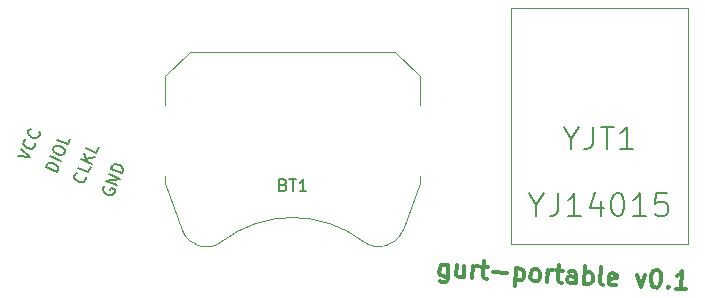
<source format=gbr>
%TF.GenerationSoftware,KiCad,Pcbnew,(6.0.4-0)*%
%TF.CreationDate,2022-05-01T22:17:05+02:00*%
%TF.ProjectId,kicad,6b696361-642e-46b6-9963-61645f706362,v 0.1*%
%TF.SameCoordinates,Original*%
%TF.FileFunction,Legend,Top*%
%TF.FilePolarity,Positive*%
%FSLAX46Y46*%
G04 Gerber Fmt 4.6, Leading zero omitted, Abs format (unit mm)*
G04 Created by KiCad (PCBNEW (6.0.4-0)) date 2022-05-01 22:17:05*
%MOMM*%
%LPD*%
G01*
G04 APERTURE LIST*
%ADD10C,0.150000*%
%ADD11C,0.300000*%
%ADD12C,0.152400*%
%ADD13C,0.100000*%
G04 APERTURE END LIST*
D10*
X108097353Y-125337852D02*
X108017525Y-125408317D01*
X107964009Y-125540772D01*
X107954646Y-125691065D01*
X108007272Y-125815045D01*
X108077737Y-125894873D01*
X108236505Y-126010379D01*
X108368960Y-126063894D01*
X108563405Y-126091096D01*
X108669546Y-126082621D01*
X108793526Y-126029995D01*
X108891193Y-125915378D01*
X108926870Y-125827075D01*
X108936234Y-125676782D01*
X108909920Y-125614792D01*
X108600859Y-125489923D01*
X108529506Y-125666529D01*
X109158769Y-125253104D02*
X108231586Y-124878497D01*
X109372830Y-124723285D01*
X108445646Y-124348678D01*
X109551214Y-124281769D02*
X108624031Y-123907162D01*
X108713223Y-123686404D01*
X108810889Y-123571788D01*
X108934869Y-123519161D01*
X109041011Y-123510686D01*
X109235456Y-123537888D01*
X109367911Y-123591404D01*
X109526679Y-123706909D01*
X109597144Y-123786737D01*
X109649770Y-123910717D01*
X109640406Y-124061011D01*
X109551214Y-124281769D01*
X106469070Y-124553689D02*
X106495383Y-124615679D01*
X106486020Y-124765973D01*
X106450343Y-124854276D01*
X106352676Y-124968892D01*
X106228696Y-125021519D01*
X106122554Y-125029994D01*
X105928109Y-125002792D01*
X105795655Y-124949276D01*
X105636887Y-124833771D01*
X105566422Y-124753943D01*
X105513795Y-124629963D01*
X105523159Y-124479669D01*
X105558836Y-124391366D01*
X105656503Y-124276750D01*
X105718493Y-124250436D01*
X106896303Y-123750486D02*
X106717919Y-124192002D01*
X105790735Y-123817395D01*
X107021172Y-123441424D02*
X106093988Y-123066818D01*
X107235233Y-122911605D02*
X106544868Y-123094909D01*
X106308049Y-122536998D02*
X106623807Y-123280879D01*
X107574163Y-122072724D02*
X107395778Y-122514240D01*
X106468595Y-122139634D01*
X104015556Y-124140373D02*
X103088372Y-123765766D01*
X103177564Y-123545008D01*
X103275231Y-123430392D01*
X103399211Y-123377765D01*
X103505352Y-123369290D01*
X103699797Y-123396492D01*
X103832252Y-123450008D01*
X103991020Y-123565513D01*
X104061485Y-123645341D01*
X104114111Y-123769321D01*
X104104748Y-123919615D01*
X104015556Y-124140373D01*
X104390162Y-123213189D02*
X103462978Y-122838582D01*
X103712716Y-122220460D02*
X103784070Y-122043853D01*
X103863898Y-121973388D01*
X103987878Y-121920762D01*
X104182323Y-121947964D01*
X104491384Y-122072833D01*
X104650152Y-122188338D01*
X104702779Y-122312318D01*
X104711253Y-122418460D01*
X104639900Y-122595066D01*
X104560071Y-122665531D01*
X104436091Y-122718158D01*
X104241647Y-122690956D01*
X103932585Y-122566087D01*
X103773817Y-122450581D01*
X103721191Y-122326601D01*
X103712716Y-122220460D01*
X105139375Y-121358821D02*
X104960991Y-121800337D01*
X104033807Y-121425731D01*
X100724939Y-122813367D02*
X101775687Y-122897264D01*
X100985426Y-122199698D01*
X102171782Y-121720379D02*
X102197010Y-121782818D01*
X102185025Y-121932925D01*
X102147812Y-122020592D01*
X102048160Y-122133487D01*
X101923280Y-122183941D01*
X101817007Y-122190563D01*
X101623066Y-122159971D01*
X101491566Y-122104152D01*
X101334838Y-121985894D01*
X101265777Y-121904848D01*
X101215322Y-121779968D01*
X101227307Y-121629861D01*
X101264520Y-121542194D01*
X101364172Y-121429300D01*
X101426612Y-121404072D01*
X102562514Y-120799874D02*
X102587741Y-120862313D01*
X102575756Y-121012420D01*
X102538543Y-121100088D01*
X102438891Y-121212982D01*
X102314011Y-121263437D01*
X102207738Y-121270058D01*
X102013797Y-121239466D01*
X101882297Y-121183648D01*
X101725569Y-121065389D01*
X101656508Y-120984343D01*
X101606053Y-120859463D01*
X101618038Y-120709356D01*
X101655251Y-120621689D01*
X101754903Y-120508795D01*
X101817343Y-120483568D01*
D11*
X137180184Y-132018736D02*
X137116633Y-133231357D01*
X137037826Y-133370281D01*
X136962757Y-133437873D01*
X136816357Y-133501727D01*
X136602365Y-133490512D01*
X136463442Y-133411705D01*
X137131586Y-132946035D02*
X136985186Y-133009889D01*
X136699864Y-132994936D01*
X136560941Y-132916128D01*
X136493348Y-132841059D01*
X136429494Y-132694660D01*
X136451924Y-132266676D01*
X136530731Y-132127753D01*
X136605800Y-132060160D01*
X136752200Y-131996306D01*
X137037522Y-132011259D01*
X137176446Y-132090067D01*
X138535467Y-132089763D02*
X138483131Y-133088393D01*
X137893491Y-132056119D02*
X137852370Y-132840756D01*
X137916224Y-132987156D01*
X138055147Y-133065963D01*
X138269139Y-133077178D01*
X138415538Y-133013324D01*
X138490607Y-132945731D01*
X139196438Y-133125776D02*
X139248774Y-132127146D01*
X139233820Y-132412469D02*
X139312628Y-132273546D01*
X139387697Y-132205953D01*
X139534096Y-132142099D01*
X139676758Y-132149576D01*
X139962080Y-132164529D02*
X140532726Y-132194435D01*
X140202240Y-131676429D02*
X140134951Y-132960381D01*
X140198805Y-133106781D01*
X140337728Y-133185588D01*
X140480390Y-133193065D01*
X141009611Y-132648587D02*
X142150902Y-132708400D01*
X142886638Y-132317798D02*
X142808134Y-133815743D01*
X142882900Y-132389129D02*
X143029300Y-132325275D01*
X143314622Y-132340228D01*
X143453545Y-132419035D01*
X143521138Y-132494104D01*
X143584992Y-132640504D01*
X143562562Y-133068488D01*
X143483755Y-133207411D01*
X143408686Y-133275004D01*
X143262286Y-133338858D01*
X142976964Y-133323905D01*
X142838041Y-133245097D01*
X144403577Y-133398670D02*
X144264654Y-133319863D01*
X144197062Y-133244794D01*
X144133208Y-133098394D01*
X144155637Y-132670410D01*
X144234445Y-132531487D01*
X144309514Y-132463895D01*
X144455913Y-132400041D01*
X144669905Y-132411256D01*
X144808828Y-132490063D01*
X144876421Y-132565132D01*
X144940275Y-132711531D01*
X144917845Y-133139515D01*
X144839038Y-133278439D01*
X144763969Y-133346031D01*
X144617569Y-133409885D01*
X144403577Y-133398670D01*
X145544868Y-133458483D02*
X145597204Y-132459853D01*
X145582251Y-132745176D02*
X145661058Y-132606253D01*
X145736127Y-132538660D01*
X145882527Y-132474806D01*
X146025188Y-132482283D01*
X146310511Y-132497236D02*
X146881156Y-132527142D01*
X146550671Y-132009136D02*
X146483382Y-133293088D01*
X146547236Y-133439488D01*
X146686159Y-133518295D01*
X146828820Y-133525772D01*
X147970111Y-133585584D02*
X148011232Y-132800947D01*
X147947378Y-132654547D01*
X147808455Y-132575740D01*
X147523133Y-132560787D01*
X147376733Y-132624641D01*
X147973850Y-133514254D02*
X147827450Y-133578108D01*
X147470797Y-133559416D01*
X147331874Y-133480609D01*
X147268019Y-133334209D01*
X147275496Y-133191548D01*
X147354303Y-133052625D01*
X147500703Y-132988771D01*
X147857356Y-133007462D01*
X148003756Y-132943608D01*
X148683418Y-133622967D02*
X148761922Y-132125023D01*
X148732016Y-132695668D02*
X148878416Y-132631814D01*
X149163738Y-132646767D01*
X149302661Y-132725575D01*
X149370254Y-132800644D01*
X149434108Y-132947043D01*
X149411678Y-133375027D01*
X149332871Y-133513950D01*
X149257802Y-133581543D01*
X149111402Y-133645397D01*
X148826080Y-133630444D01*
X148687156Y-133551636D01*
X150252693Y-133705209D02*
X150113770Y-133626402D01*
X150049916Y-133480003D01*
X150117205Y-132196050D01*
X151397722Y-133693691D02*
X151251323Y-133757545D01*
X150966000Y-133742592D01*
X150827077Y-133663785D01*
X150763223Y-133517385D01*
X150793129Y-132946740D01*
X150871936Y-132807817D01*
X151018336Y-132743963D01*
X151303659Y-132758916D01*
X151442582Y-132837723D01*
X151506436Y-132984123D01*
X151498959Y-133126784D01*
X150778176Y-133232063D01*
X153158256Y-132856111D02*
X153462574Y-133873432D01*
X153871563Y-132893494D01*
X154753699Y-132439039D02*
X154896361Y-132446515D01*
X155035284Y-132525322D01*
X155102876Y-132600391D01*
X155166730Y-132746791D01*
X155223108Y-133035852D01*
X155204416Y-133392505D01*
X155118133Y-133674090D01*
X155039325Y-133813013D01*
X154964256Y-133880605D01*
X154817857Y-133944459D01*
X154675195Y-133936983D01*
X154536272Y-133858176D01*
X154468680Y-133783107D01*
X154404826Y-133636707D01*
X154348448Y-133347646D01*
X154367140Y-132990993D01*
X154453423Y-132709408D01*
X154532231Y-132570485D01*
X154607300Y-132502893D01*
X154753699Y-132439039D01*
X155823963Y-133854134D02*
X155891555Y-133929203D01*
X155816486Y-133996795D01*
X155748894Y-133921726D01*
X155823963Y-133854134D01*
X155816486Y-133996795D01*
X157314431Y-134075299D02*
X156458462Y-134030440D01*
X156886447Y-134052870D02*
X156964950Y-132554925D01*
X156811074Y-132761441D01*
X156660936Y-132896626D01*
X156514537Y-132960480D01*
D12*
%TO.C,YJT1*%
X147591900Y-121330458D02*
X147591900Y-122249696D01*
X146948434Y-120319296D02*
X147591900Y-121330458D01*
X148235367Y-120319296D01*
X149430377Y-120319296D02*
X149430377Y-121698153D01*
X149338453Y-121973924D01*
X149154605Y-122157772D01*
X148878834Y-122249696D01*
X148694986Y-122249696D01*
X150073843Y-120319296D02*
X151176929Y-120319296D01*
X150625386Y-122249696D02*
X150625386Y-120319296D01*
X152831558Y-122249696D02*
X151728472Y-122249696D01*
X152280015Y-122249696D02*
X152280015Y-120319296D01*
X152096167Y-120595067D01*
X151912320Y-120778915D01*
X151728472Y-120870839D01*
X144650339Y-126969258D02*
X144650339Y-127888496D01*
X144006872Y-125958096D02*
X144650339Y-126969258D01*
X145293805Y-125958096D01*
X146488815Y-125958096D02*
X146488815Y-127336953D01*
X146396891Y-127612724D01*
X146213043Y-127796572D01*
X145937272Y-127888496D01*
X145753424Y-127888496D01*
X148419215Y-127888496D02*
X147316129Y-127888496D01*
X147867672Y-127888496D02*
X147867672Y-125958096D01*
X147683824Y-126233867D01*
X147499977Y-126417715D01*
X147316129Y-126509639D01*
X150073843Y-126601562D02*
X150073843Y-127888496D01*
X149614224Y-125866172D02*
X149154605Y-127245029D01*
X150349615Y-127245029D01*
X151452700Y-125958096D02*
X151636548Y-125958096D01*
X151820396Y-126050020D01*
X151912320Y-126141943D01*
X152004243Y-126325791D01*
X152096167Y-126693486D01*
X152096167Y-127153105D01*
X152004243Y-127520800D01*
X151912320Y-127704648D01*
X151820396Y-127796572D01*
X151636548Y-127888496D01*
X151452700Y-127888496D01*
X151268853Y-127796572D01*
X151176929Y-127704648D01*
X151085005Y-127520800D01*
X150993081Y-127153105D01*
X150993081Y-126693486D01*
X151085005Y-126325791D01*
X151176929Y-126141943D01*
X151268853Y-126050020D01*
X151452700Y-125958096D01*
X153934643Y-127888496D02*
X152831558Y-127888496D01*
X153383100Y-127888496D02*
X153383100Y-125958096D01*
X153199253Y-126233867D01*
X153015405Y-126417715D01*
X152831558Y-126509639D01*
X155681196Y-125958096D02*
X154761958Y-125958096D01*
X154670034Y-126877334D01*
X154761958Y-126785410D01*
X154945805Y-126693486D01*
X155405424Y-126693486D01*
X155589272Y-126785410D01*
X155681196Y-126877334D01*
X155773120Y-127061181D01*
X155773120Y-127520800D01*
X155681196Y-127704648D01*
X155589272Y-127796572D01*
X155405424Y-127888496D01*
X154945805Y-127888496D01*
X154761958Y-127796572D01*
X154670034Y-127704648D01*
D10*
%TO.C,BT1*%
X123214285Y-125238571D02*
X123357142Y-125286190D01*
X123404761Y-125333809D01*
X123452380Y-125429047D01*
X123452380Y-125571904D01*
X123404761Y-125667142D01*
X123357142Y-125714761D01*
X123261904Y-125762380D01*
X122880952Y-125762380D01*
X122880952Y-124762380D01*
X123214285Y-124762380D01*
X123309523Y-124810000D01*
X123357142Y-124857619D01*
X123404761Y-124952857D01*
X123404761Y-125048095D01*
X123357142Y-125143333D01*
X123309523Y-125190952D01*
X123214285Y-125238571D01*
X122880952Y-125238571D01*
X123738095Y-124762380D02*
X124309523Y-124762380D01*
X124023809Y-125762380D02*
X124023809Y-124762380D01*
X125166666Y-125762380D02*
X124595238Y-125762380D01*
X124880952Y-125762380D02*
X124880952Y-124762380D01*
X124785714Y-124905238D01*
X124690476Y-125000476D01*
X124595238Y-125048095D01*
D13*
%TO.C,YJT1*%
X142483840Y-110251220D02*
X142483840Y-130251180D01*
X157480000Y-110251220D02*
X142483840Y-110251220D01*
X142483840Y-130251180D02*
X157480000Y-130251180D01*
X157480000Y-130251180D02*
X157480000Y-110251220D01*
%TO.C,BT1*%
X132700000Y-113960000D02*
X134780000Y-116040000D01*
X134780000Y-124500000D02*
X134780000Y-125130000D01*
X113220000Y-125130000D02*
X114660000Y-129080000D01*
X113220000Y-116040000D02*
X113220000Y-118500000D01*
X134780000Y-116040000D02*
X134780000Y-118500000D01*
X115300000Y-113960000D02*
X113220000Y-116040000D01*
X132700000Y-113960000D02*
X115300000Y-113960000D01*
X113220000Y-124500000D02*
X113220000Y-125130000D01*
X134780000Y-125130000D02*
X133340000Y-129080000D01*
X130000000Y-130049999D02*
G75*
G03*
X133325243Y-129088169I1310000J1699999D01*
G01*
X114660000Y-129080000D02*
G75*
G03*
X117996646Y-130066530I2030000J730001D01*
G01*
X130000000Y-130050000D02*
G75*
G03*
X117995400Y-130053536I-6000000J-7810002D01*
G01*
%TD*%
M02*

</source>
